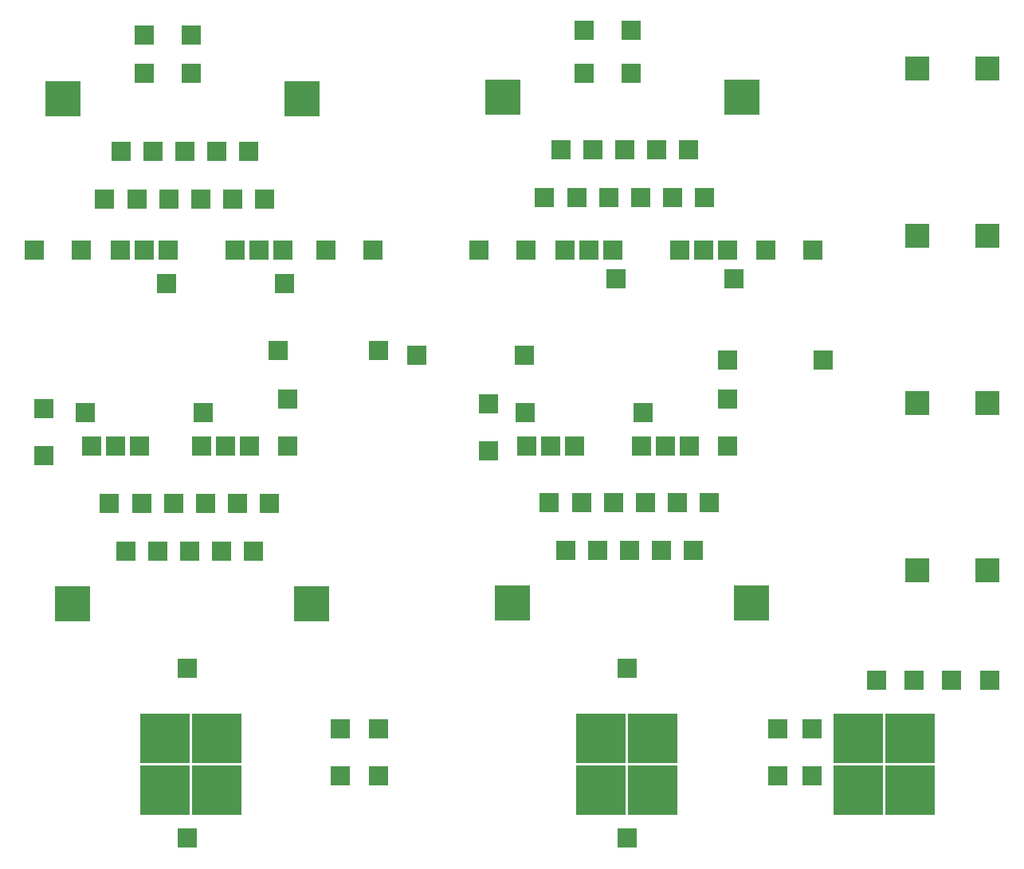
<source format=gbr>
G04 Generated by Ultiboard 13.0 *
%FSLAX34Y34*%
%MOMM*%

%ADD10C,0.0001*%
%ADD11R,2.1000X2.1000*%
%ADD12R,2.5400X2.5400*%
%ADD13R,2.1500X2.1500*%
%ADD14R,2.1590X2.1590*%
%ADD15R,3.8100X3.8100*%
%ADD16R,5.2070X5.2070*%


G04 ColorRGB 00FF00 for the following layer *
%LNCopper Top*%
%LPD*%
G54D10*
G54D11*
X1076000Y203200D03*
X1036000Y203200D03*
X996000Y203200D03*
X956000Y203200D03*
G54D12*
X1073785Y320040D03*
X998855Y320040D03*
X1073785Y497840D03*
X998855Y497840D03*
X1073785Y675640D03*
X998855Y675640D03*
X1073785Y853440D03*
X998855Y853440D03*
G54D13*
X326660Y624840D03*
X201660Y624840D03*
X679180Y629920D03*
X804180Y629920D03*
X115300Y487680D03*
X240300Y487680D03*
X707660Y487680D03*
X582660Y487680D03*
G54D14*
X61360Y660400D03*
X111360Y660400D03*
X203200Y660400D03*
X177800Y660400D03*
X152400Y660400D03*
X274320Y660400D03*
X299720Y660400D03*
X325120Y660400D03*
X421240Y660400D03*
X371240Y660400D03*
X533800Y660400D03*
X583800Y660400D03*
X624840Y660400D03*
X675640Y660400D03*
X650240Y660400D03*
X772160Y660400D03*
X797560Y660400D03*
X746760Y660400D03*
X888600Y660400D03*
X838600Y660400D03*
X71120Y442360D03*
X71120Y492360D03*
X172720Y452120D03*
X147320Y452120D03*
X121920Y452120D03*
X289560Y452120D03*
X264160Y452120D03*
X238760Y452120D03*
X330200Y502520D03*
X330200Y452520D03*
X543560Y497440D03*
X543560Y447440D03*
X609600Y452120D03*
X584200Y452120D03*
X635000Y452120D03*
X706120Y452120D03*
X731520Y452120D03*
X756920Y452120D03*
X797560Y452520D03*
X797560Y502520D03*
X467360Y548640D03*
X581660Y548640D03*
X426720Y553720D03*
X320040Y553720D03*
X228200Y848360D03*
X178200Y848360D03*
X228200Y889000D03*
X178200Y889000D03*
X695560Y894080D03*
X645560Y894080D03*
X695560Y848360D03*
X645560Y848360D03*
X386080Y102000D03*
X386080Y152000D03*
X426720Y102000D03*
X426720Y152000D03*
X899160Y543560D03*
X797560Y543560D03*
X223520Y35560D03*
X223520Y215900D03*
X690880Y35560D03*
X690880Y215900D03*
X850900Y102000D03*
X850900Y152000D03*
X887730Y102000D03*
X887730Y152000D03*
X778420Y392430D03*
X744420Y392430D03*
X710420Y392430D03*
X676420Y392430D03*
X642420Y392430D03*
X608420Y392430D03*
X761420Y341630D03*
X727420Y341630D03*
X693420Y341630D03*
X659420Y341630D03*
X625420Y341630D03*
X311060Y391160D03*
X277060Y391160D03*
X243060Y391160D03*
X209060Y391160D03*
X175060Y391160D03*
X141060Y391160D03*
X294060Y340360D03*
X260060Y340360D03*
X226060Y340360D03*
X192060Y340360D03*
X158060Y340360D03*
X135980Y715010D03*
X169980Y715010D03*
X203980Y715010D03*
X237980Y715010D03*
X271980Y715010D03*
X305980Y715010D03*
X152980Y765810D03*
X186980Y765810D03*
X220980Y765810D03*
X254980Y765810D03*
X288980Y765810D03*
X603340Y716280D03*
X637340Y716280D03*
X671340Y716280D03*
X705340Y716280D03*
X739340Y716280D03*
X773340Y716280D03*
X620340Y767080D03*
X654340Y767080D03*
X688340Y767080D03*
X722340Y767080D03*
X756340Y767080D03*
G54D15*
X568960Y285750D03*
X822960Y285750D03*
X101600Y284480D03*
X355600Y284480D03*
X345440Y821690D03*
X91440Y821690D03*
X812800Y822960D03*
X558800Y822960D03*
G54D16*
X663380Y141800D03*
X718380Y141800D03*
X663380Y86800D03*
X718380Y86800D03*
X199830Y141800D03*
X254830Y141800D03*
X199830Y86800D03*
X254830Y86800D03*
X936430Y86800D03*
X936430Y141800D03*
X991430Y86800D03*
X991430Y141800D03*

M02*

</source>
